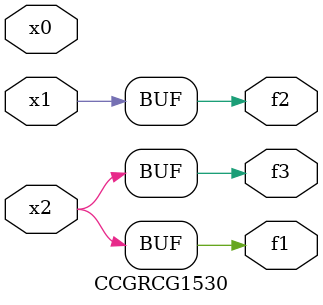
<source format=v>
module CCGRCG1530(
	input x0, x1, x2,
	output f1, f2, f3
);
	assign f1 = x2;
	assign f2 = x1;
	assign f3 = x2;
endmodule

</source>
